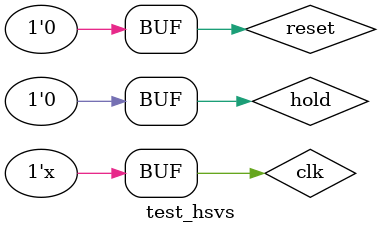
<source format=v>
`timescale 1ns / 1ps


module test_hsvs;

	// Inputs
	reg clk;
	reg reset;
	reg hold;

	// Outputs
	wire hs;
	wire vs;
	wire blank;

	// Instantiate the Unit Under Test (UUT)
	vga_800x600 uut (
		.clk(clk), 
		.reset(reset), 
		.hold(hold), 
		.hs(hs), 
		.vs(vs), 
		.blank(blank)
	);
	
	always
		#5 clk = !clk;

	initial begin
		// Initialize Inputs
		clk = 0;
		reset = 0;
		hold = 0;

		// Wait 100 ns for global reset to finish
		#100;
	end
      
endmodule


</source>
